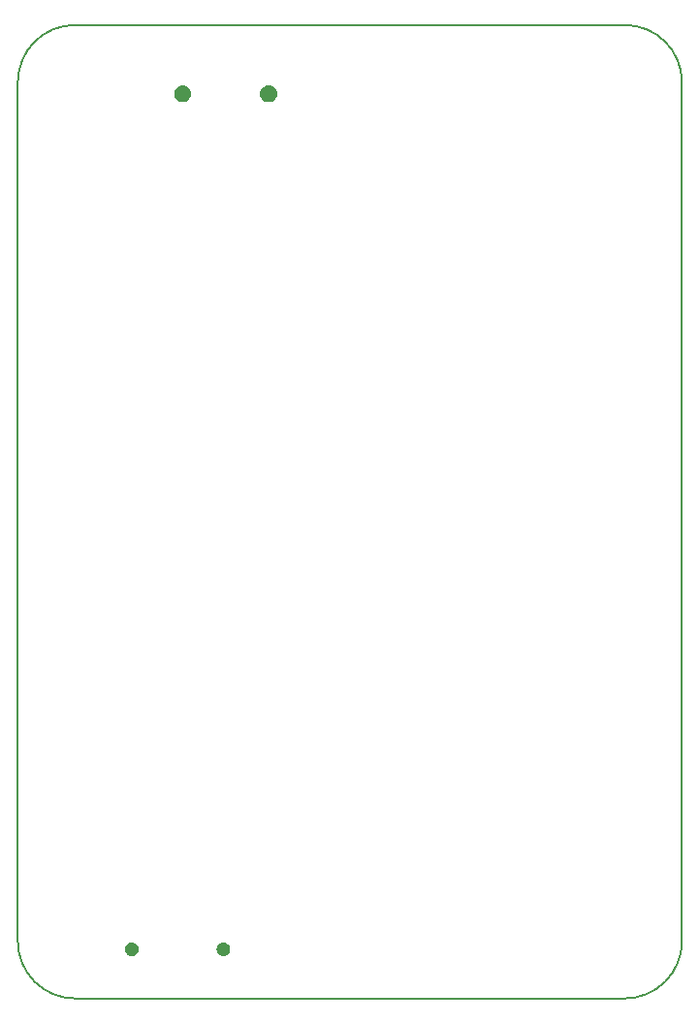
<source format=gm1>
%TF.GenerationSoftware,KiCad,Pcbnew,8.0.6*%
%TF.CreationDate,2024-11-05T16:44:44+08:00*%
%TF.ProjectId,li-chuang-liang-shan-pai-tian-kong-xing-kai-fa-ban,6c692d63-6875-4616-9e67-2d6c69616e67,rev?*%
%TF.SameCoordinates,Original*%
%TF.FileFunction,Profile,NP*%
%FSLAX46Y46*%
G04 Gerber Fmt 4.6, Leading zero omitted, Abs format (unit mm)*
G04 Created by KiCad (PCBNEW 8.0.6) date 2024-11-05 16:44:44*
%MOMM*%
%LPD*%
G01*
G04 APERTURE LIST*
%TA.AperFunction,Profile*%
%ADD10C,0.200000*%
%TD*%
%TA.AperFunction,Profile*%
%ADD11C,0.000000*%
%TD*%
G04 APERTURE END LIST*
D10*
X72000000Y-65000000D02*
X120000000Y-65000000D01*
X125000000Y-70000000D02*
X125000000Y-145000000D01*
X125000000Y-145000000D02*
G75*
G02*
X120000000Y-150000000I-5000000J0D01*
G01*
X120000000Y-65000000D02*
G75*
G02*
X125000000Y-70000000I0J-5000000D01*
G01*
X67000000Y-145000000D02*
X67000000Y-70000000D01*
X67000000Y-70000000D02*
G75*
G02*
X72000000Y-65000000I5000000J0D01*
G01*
X120000000Y-150000000D02*
X72000000Y-150000000D01*
X72000000Y-150000000D02*
G75*
G02*
X67000000Y-145000000I0J5000000D01*
G01*
D11*
%TA.AperFunction,Profile*%
%TO.C,BT1*%
G36*
X81566891Y-70268804D02*
G01*
X81725413Y-70324273D01*
X81867617Y-70413626D01*
X81986374Y-70532383D01*
X82075727Y-70674587D01*
X82131196Y-70833109D01*
X82150000Y-71000000D01*
X82131196Y-71166891D01*
X82075727Y-71325413D01*
X81986374Y-71467617D01*
X81867617Y-71586374D01*
X81725413Y-71675727D01*
X81566891Y-71731196D01*
X81400000Y-71750000D01*
X81233109Y-71731196D01*
X81074587Y-71675727D01*
X80932383Y-71586374D01*
X80813626Y-71467617D01*
X80724273Y-71325413D01*
X80668804Y-71166891D01*
X80650000Y-71000000D01*
X80668804Y-70833109D01*
X80724273Y-70674587D01*
X80813626Y-70532383D01*
X80932383Y-70413626D01*
X81074587Y-70324273D01*
X81233109Y-70268804D01*
X81400000Y-70250000D01*
X81566891Y-70268804D01*
G37*
%TD.AperFunction*%
%TA.AperFunction,Profile*%
G36*
X89066891Y-70268804D02*
G01*
X89225413Y-70324273D01*
X89367617Y-70413626D01*
X89486374Y-70532383D01*
X89575727Y-70674587D01*
X89631196Y-70833109D01*
X89650000Y-71000000D01*
X89631196Y-71166891D01*
X89575727Y-71325413D01*
X89486374Y-71467617D01*
X89367617Y-71586374D01*
X89225413Y-71675727D01*
X89066891Y-71731196D01*
X88900000Y-71750000D01*
X88733109Y-71731196D01*
X88574587Y-71675727D01*
X88432383Y-71586374D01*
X88313626Y-71467617D01*
X88224273Y-71325413D01*
X88168804Y-71166891D01*
X88150000Y-71000000D01*
X88168804Y-70833109D01*
X88224273Y-70674587D01*
X88313626Y-70532383D01*
X88432383Y-70413626D01*
X88574587Y-70324273D01*
X88733109Y-70268804D01*
X88900000Y-70250000D01*
X89066891Y-70268804D01*
G37*
%TD.AperFunction*%
%TA.AperFunction,Profile*%
%TO.C,J3*%
G36*
X77105291Y-145120445D02*
G01*
X77250000Y-145180385D01*
X77374264Y-145275736D01*
X77469615Y-145400000D01*
X77529555Y-145544709D01*
X77550000Y-145700000D01*
X77529555Y-145855291D01*
X77469615Y-146000000D01*
X77374264Y-146124264D01*
X77250000Y-146219615D01*
X77105291Y-146279555D01*
X76950000Y-146300000D01*
X76794709Y-146279555D01*
X76650000Y-146219615D01*
X76525736Y-146124264D01*
X76430385Y-146000000D01*
X76370445Y-145855291D01*
X76350000Y-145700000D01*
X76370445Y-145544709D01*
X76430385Y-145400000D01*
X76525736Y-145275736D01*
X76650000Y-145180385D01*
X76794709Y-145120445D01*
X76950000Y-145100000D01*
X77105291Y-145120445D01*
G37*
%TD.AperFunction*%
%TA.AperFunction,Profile*%
G36*
X85105291Y-145120445D02*
G01*
X85250000Y-145180385D01*
X85374264Y-145275736D01*
X85469615Y-145400000D01*
X85529555Y-145544709D01*
X85550000Y-145700000D01*
X85529555Y-145855291D01*
X85469615Y-146000000D01*
X85374264Y-146124264D01*
X85250000Y-146219615D01*
X85105291Y-146279555D01*
X84950000Y-146300000D01*
X84794709Y-146279555D01*
X84650000Y-146219615D01*
X84525736Y-146124264D01*
X84430385Y-146000000D01*
X84370445Y-145855291D01*
X84350000Y-145700000D01*
X84370445Y-145544709D01*
X84430385Y-145400000D01*
X84525736Y-145275736D01*
X84650000Y-145180385D01*
X84794709Y-145120445D01*
X84950000Y-145100000D01*
X85105291Y-145120445D01*
G37*
%TD.AperFunction*%
%TD*%
M02*

</source>
